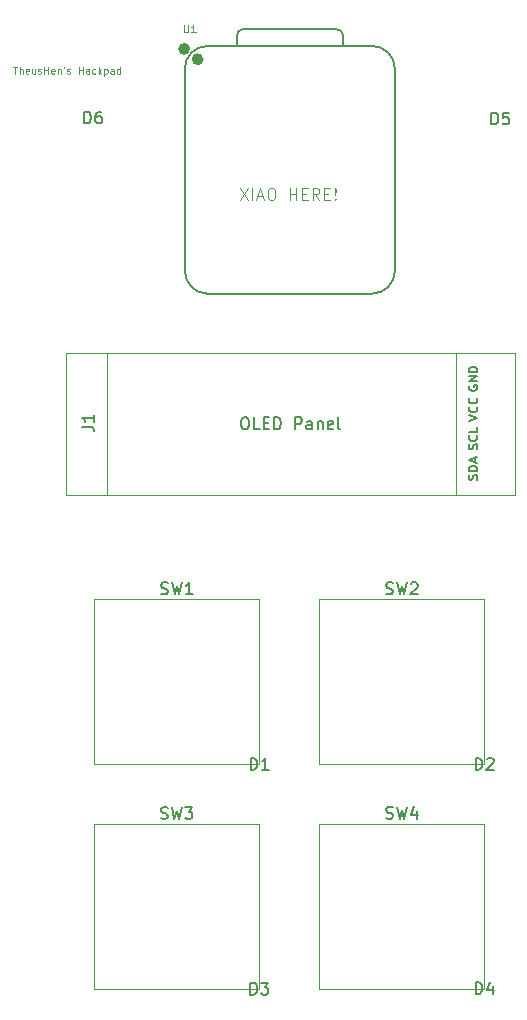
<source format=gbr>
%TF.GenerationSoftware,KiCad,Pcbnew,9.0.3*%
%TF.CreationDate,2026-01-29T20:12:38-03:00*%
%TF.ProjectId,hackpad,6861636b-7061-4642-9e6b-696361645f70,rev?*%
%TF.SameCoordinates,Original*%
%TF.FileFunction,Legend,Top*%
%TF.FilePolarity,Positive*%
%FSLAX46Y46*%
G04 Gerber Fmt 4.6, Leading zero omitted, Abs format (unit mm)*
G04 Created by KiCad (PCBNEW 9.0.3) date 2026-01-29 20:12:38*
%MOMM*%
%LPD*%
G01*
G04 APERTURE LIST*
%ADD10C,0.100000*%
%ADD11C,0.150000*%
%ADD12C,0.200000*%
%ADD13C,0.101600*%
%ADD14C,0.040000*%
%ADD15C,0.120000*%
%ADD16C,0.127000*%
%ADD17C,0.504000*%
G04 APERTURE END LIST*
D10*
X147733646Y-63147419D02*
X148400312Y-64147419D01*
X148400312Y-63147419D02*
X147733646Y-64147419D01*
X148781265Y-64147419D02*
X148781265Y-63147419D01*
X149209836Y-63861704D02*
X149686026Y-63861704D01*
X149114598Y-64147419D02*
X149447931Y-63147419D01*
X149447931Y-63147419D02*
X149781264Y-64147419D01*
X150305074Y-63147419D02*
X150495550Y-63147419D01*
X150495550Y-63147419D02*
X150590788Y-63195038D01*
X150590788Y-63195038D02*
X150686026Y-63290276D01*
X150686026Y-63290276D02*
X150733645Y-63480752D01*
X150733645Y-63480752D02*
X150733645Y-63814085D01*
X150733645Y-63814085D02*
X150686026Y-64004561D01*
X150686026Y-64004561D02*
X150590788Y-64099800D01*
X150590788Y-64099800D02*
X150495550Y-64147419D01*
X150495550Y-64147419D02*
X150305074Y-64147419D01*
X150305074Y-64147419D02*
X150209836Y-64099800D01*
X150209836Y-64099800D02*
X150114598Y-64004561D01*
X150114598Y-64004561D02*
X150066979Y-63814085D01*
X150066979Y-63814085D02*
X150066979Y-63480752D01*
X150066979Y-63480752D02*
X150114598Y-63290276D01*
X150114598Y-63290276D02*
X150209836Y-63195038D01*
X150209836Y-63195038D02*
X150305074Y-63147419D01*
X151924122Y-64147419D02*
X151924122Y-63147419D01*
X151924122Y-63623609D02*
X152495550Y-63623609D01*
X152495550Y-64147419D02*
X152495550Y-63147419D01*
X152971741Y-63623609D02*
X153305074Y-63623609D01*
X153447931Y-64147419D02*
X152971741Y-64147419D01*
X152971741Y-64147419D02*
X152971741Y-63147419D01*
X152971741Y-63147419D02*
X153447931Y-63147419D01*
X154447931Y-64147419D02*
X154114598Y-63671228D01*
X153876503Y-64147419D02*
X153876503Y-63147419D01*
X153876503Y-63147419D02*
X154257455Y-63147419D01*
X154257455Y-63147419D02*
X154352693Y-63195038D01*
X154352693Y-63195038D02*
X154400312Y-63242657D01*
X154400312Y-63242657D02*
X154447931Y-63337895D01*
X154447931Y-63337895D02*
X154447931Y-63480752D01*
X154447931Y-63480752D02*
X154400312Y-63575990D01*
X154400312Y-63575990D02*
X154352693Y-63623609D01*
X154352693Y-63623609D02*
X154257455Y-63671228D01*
X154257455Y-63671228D02*
X153876503Y-63671228D01*
X154876503Y-63623609D02*
X155209836Y-63623609D01*
X155352693Y-64147419D02*
X154876503Y-64147419D01*
X154876503Y-64147419D02*
X154876503Y-63147419D01*
X154876503Y-63147419D02*
X155352693Y-63147419D01*
X155781265Y-64052180D02*
X155828884Y-64099800D01*
X155828884Y-64099800D02*
X155781265Y-64147419D01*
X155781265Y-64147419D02*
X155733646Y-64099800D01*
X155733646Y-64099800D02*
X155781265Y-64052180D01*
X155781265Y-64052180D02*
X155781265Y-64147419D01*
X155781265Y-63766466D02*
X155733646Y-63195038D01*
X155733646Y-63195038D02*
X155781265Y-63147419D01*
X155781265Y-63147419D02*
X155828884Y-63195038D01*
X155828884Y-63195038D02*
X155781265Y-63766466D01*
X155781265Y-63766466D02*
X155781265Y-63147419D01*
X128522931Y-52871371D02*
X128865789Y-52871371D01*
X128694360Y-53471371D02*
X128694360Y-52871371D01*
X129065789Y-53471371D02*
X129065789Y-52871371D01*
X129322932Y-53471371D02*
X129322932Y-53157085D01*
X129322932Y-53157085D02*
X129294360Y-53099942D01*
X129294360Y-53099942D02*
X129237217Y-53071371D01*
X129237217Y-53071371D02*
X129151503Y-53071371D01*
X129151503Y-53071371D02*
X129094360Y-53099942D01*
X129094360Y-53099942D02*
X129065789Y-53128514D01*
X129837217Y-53442800D02*
X129780074Y-53471371D01*
X129780074Y-53471371D02*
X129665789Y-53471371D01*
X129665789Y-53471371D02*
X129608646Y-53442800D01*
X129608646Y-53442800D02*
X129580074Y-53385657D01*
X129580074Y-53385657D02*
X129580074Y-53157085D01*
X129580074Y-53157085D02*
X129608646Y-53099942D01*
X129608646Y-53099942D02*
X129665789Y-53071371D01*
X129665789Y-53071371D02*
X129780074Y-53071371D01*
X129780074Y-53071371D02*
X129837217Y-53099942D01*
X129837217Y-53099942D02*
X129865789Y-53157085D01*
X129865789Y-53157085D02*
X129865789Y-53214228D01*
X129865789Y-53214228D02*
X129580074Y-53271371D01*
X130380075Y-53071371D02*
X130380075Y-53471371D01*
X130122932Y-53071371D02*
X130122932Y-53385657D01*
X130122932Y-53385657D02*
X130151503Y-53442800D01*
X130151503Y-53442800D02*
X130208646Y-53471371D01*
X130208646Y-53471371D02*
X130294360Y-53471371D01*
X130294360Y-53471371D02*
X130351503Y-53442800D01*
X130351503Y-53442800D02*
X130380075Y-53414228D01*
X130637217Y-53442800D02*
X130694360Y-53471371D01*
X130694360Y-53471371D02*
X130808646Y-53471371D01*
X130808646Y-53471371D02*
X130865789Y-53442800D01*
X130865789Y-53442800D02*
X130894360Y-53385657D01*
X130894360Y-53385657D02*
X130894360Y-53357085D01*
X130894360Y-53357085D02*
X130865789Y-53299942D01*
X130865789Y-53299942D02*
X130808646Y-53271371D01*
X130808646Y-53271371D02*
X130722932Y-53271371D01*
X130722932Y-53271371D02*
X130665789Y-53242800D01*
X130665789Y-53242800D02*
X130637217Y-53185657D01*
X130637217Y-53185657D02*
X130637217Y-53157085D01*
X130637217Y-53157085D02*
X130665789Y-53099942D01*
X130665789Y-53099942D02*
X130722932Y-53071371D01*
X130722932Y-53071371D02*
X130808646Y-53071371D01*
X130808646Y-53071371D02*
X130865789Y-53099942D01*
X131151503Y-53471371D02*
X131151503Y-52871371D01*
X131151503Y-53157085D02*
X131494360Y-53157085D01*
X131494360Y-53471371D02*
X131494360Y-52871371D01*
X132008645Y-53442800D02*
X131951502Y-53471371D01*
X131951502Y-53471371D02*
X131837217Y-53471371D01*
X131837217Y-53471371D02*
X131780074Y-53442800D01*
X131780074Y-53442800D02*
X131751502Y-53385657D01*
X131751502Y-53385657D02*
X131751502Y-53157085D01*
X131751502Y-53157085D02*
X131780074Y-53099942D01*
X131780074Y-53099942D02*
X131837217Y-53071371D01*
X131837217Y-53071371D02*
X131951502Y-53071371D01*
X131951502Y-53071371D02*
X132008645Y-53099942D01*
X132008645Y-53099942D02*
X132037217Y-53157085D01*
X132037217Y-53157085D02*
X132037217Y-53214228D01*
X132037217Y-53214228D02*
X131751502Y-53271371D01*
X132294360Y-53071371D02*
X132294360Y-53471371D01*
X132294360Y-53128514D02*
X132322931Y-53099942D01*
X132322931Y-53099942D02*
X132380074Y-53071371D01*
X132380074Y-53071371D02*
X132465788Y-53071371D01*
X132465788Y-53071371D02*
X132522931Y-53099942D01*
X132522931Y-53099942D02*
X132551503Y-53157085D01*
X132551503Y-53157085D02*
X132551503Y-53471371D01*
X132865788Y-52871371D02*
X132808645Y-52985657D01*
X133094359Y-53442800D02*
X133151502Y-53471371D01*
X133151502Y-53471371D02*
X133265788Y-53471371D01*
X133265788Y-53471371D02*
X133322931Y-53442800D01*
X133322931Y-53442800D02*
X133351502Y-53385657D01*
X133351502Y-53385657D02*
X133351502Y-53357085D01*
X133351502Y-53357085D02*
X133322931Y-53299942D01*
X133322931Y-53299942D02*
X133265788Y-53271371D01*
X133265788Y-53271371D02*
X133180074Y-53271371D01*
X133180074Y-53271371D02*
X133122931Y-53242800D01*
X133122931Y-53242800D02*
X133094359Y-53185657D01*
X133094359Y-53185657D02*
X133094359Y-53157085D01*
X133094359Y-53157085D02*
X133122931Y-53099942D01*
X133122931Y-53099942D02*
X133180074Y-53071371D01*
X133180074Y-53071371D02*
X133265788Y-53071371D01*
X133265788Y-53071371D02*
X133322931Y-53099942D01*
X134065788Y-53471371D02*
X134065788Y-52871371D01*
X134065788Y-53157085D02*
X134408645Y-53157085D01*
X134408645Y-53471371D02*
X134408645Y-52871371D01*
X134951502Y-53471371D02*
X134951502Y-53157085D01*
X134951502Y-53157085D02*
X134922930Y-53099942D01*
X134922930Y-53099942D02*
X134865787Y-53071371D01*
X134865787Y-53071371D02*
X134751502Y-53071371D01*
X134751502Y-53071371D02*
X134694359Y-53099942D01*
X134951502Y-53442800D02*
X134894359Y-53471371D01*
X134894359Y-53471371D02*
X134751502Y-53471371D01*
X134751502Y-53471371D02*
X134694359Y-53442800D01*
X134694359Y-53442800D02*
X134665787Y-53385657D01*
X134665787Y-53385657D02*
X134665787Y-53328514D01*
X134665787Y-53328514D02*
X134694359Y-53271371D01*
X134694359Y-53271371D02*
X134751502Y-53242800D01*
X134751502Y-53242800D02*
X134894359Y-53242800D01*
X134894359Y-53242800D02*
X134951502Y-53214228D01*
X135494359Y-53442800D02*
X135437216Y-53471371D01*
X135437216Y-53471371D02*
X135322930Y-53471371D01*
X135322930Y-53471371D02*
X135265787Y-53442800D01*
X135265787Y-53442800D02*
X135237216Y-53414228D01*
X135237216Y-53414228D02*
X135208644Y-53357085D01*
X135208644Y-53357085D02*
X135208644Y-53185657D01*
X135208644Y-53185657D02*
X135237216Y-53128514D01*
X135237216Y-53128514D02*
X135265787Y-53099942D01*
X135265787Y-53099942D02*
X135322930Y-53071371D01*
X135322930Y-53071371D02*
X135437216Y-53071371D01*
X135437216Y-53071371D02*
X135494359Y-53099942D01*
X135751502Y-53471371D02*
X135751502Y-52871371D01*
X135808645Y-53242800D02*
X135980073Y-53471371D01*
X135980073Y-53071371D02*
X135751502Y-53299942D01*
X136237216Y-53071371D02*
X136237216Y-53671371D01*
X136237216Y-53099942D02*
X136294359Y-53071371D01*
X136294359Y-53071371D02*
X136408644Y-53071371D01*
X136408644Y-53071371D02*
X136465787Y-53099942D01*
X136465787Y-53099942D02*
X136494359Y-53128514D01*
X136494359Y-53128514D02*
X136522930Y-53185657D01*
X136522930Y-53185657D02*
X136522930Y-53357085D01*
X136522930Y-53357085D02*
X136494359Y-53414228D01*
X136494359Y-53414228D02*
X136465787Y-53442800D01*
X136465787Y-53442800D02*
X136408644Y-53471371D01*
X136408644Y-53471371D02*
X136294359Y-53471371D01*
X136294359Y-53471371D02*
X136237216Y-53442800D01*
X137037216Y-53471371D02*
X137037216Y-53157085D01*
X137037216Y-53157085D02*
X137008644Y-53099942D01*
X137008644Y-53099942D02*
X136951501Y-53071371D01*
X136951501Y-53071371D02*
X136837216Y-53071371D01*
X136837216Y-53071371D02*
X136780073Y-53099942D01*
X137037216Y-53442800D02*
X136980073Y-53471371D01*
X136980073Y-53471371D02*
X136837216Y-53471371D01*
X136837216Y-53471371D02*
X136780073Y-53442800D01*
X136780073Y-53442800D02*
X136751501Y-53385657D01*
X136751501Y-53385657D02*
X136751501Y-53328514D01*
X136751501Y-53328514D02*
X136780073Y-53271371D01*
X136780073Y-53271371D02*
X136837216Y-53242800D01*
X136837216Y-53242800D02*
X136980073Y-53242800D01*
X136980073Y-53242800D02*
X137037216Y-53214228D01*
X137580073Y-53471371D02*
X137580073Y-52871371D01*
X137580073Y-53442800D02*
X137522930Y-53471371D01*
X137522930Y-53471371D02*
X137408644Y-53471371D01*
X137408644Y-53471371D02*
X137351501Y-53442800D01*
X137351501Y-53442800D02*
X137322930Y-53414228D01*
X137322930Y-53414228D02*
X137294358Y-53357085D01*
X137294358Y-53357085D02*
X137294358Y-53185657D01*
X137294358Y-53185657D02*
X137322930Y-53128514D01*
X137322930Y-53128514D02*
X137351501Y-53099942D01*
X137351501Y-53099942D02*
X137408644Y-53071371D01*
X137408644Y-53071371D02*
X137522930Y-53071371D01*
X137522930Y-53071371D02*
X137580073Y-53099942D01*
D11*
X134344819Y-83358333D02*
X135059104Y-83358333D01*
X135059104Y-83358333D02*
X135201961Y-83405952D01*
X135201961Y-83405952D02*
X135297200Y-83501190D01*
X135297200Y-83501190D02*
X135344819Y-83644047D01*
X135344819Y-83644047D02*
X135344819Y-83739285D01*
X135344819Y-82358333D02*
X135344819Y-82929761D01*
X135344819Y-82644047D02*
X134344819Y-82644047D01*
X134344819Y-82644047D02*
X134487676Y-82739285D01*
X134487676Y-82739285D02*
X134582914Y-82834523D01*
X134582914Y-82834523D02*
X134630533Y-82929761D01*
X167114878Y-79876428D02*
X167079164Y-79947857D01*
X167079164Y-79947857D02*
X167079164Y-80054999D01*
X167079164Y-80054999D02*
X167114878Y-80162142D01*
X167114878Y-80162142D02*
X167186307Y-80233571D01*
X167186307Y-80233571D02*
X167257735Y-80269285D01*
X167257735Y-80269285D02*
X167400592Y-80304999D01*
X167400592Y-80304999D02*
X167507735Y-80304999D01*
X167507735Y-80304999D02*
X167650592Y-80269285D01*
X167650592Y-80269285D02*
X167722021Y-80233571D01*
X167722021Y-80233571D02*
X167793450Y-80162142D01*
X167793450Y-80162142D02*
X167829164Y-80054999D01*
X167829164Y-80054999D02*
X167829164Y-79983571D01*
X167829164Y-79983571D02*
X167793450Y-79876428D01*
X167793450Y-79876428D02*
X167757735Y-79840714D01*
X167757735Y-79840714D02*
X167507735Y-79840714D01*
X167507735Y-79840714D02*
X167507735Y-79983571D01*
X167829164Y-79519285D02*
X167079164Y-79519285D01*
X167079164Y-79519285D02*
X167829164Y-79090714D01*
X167829164Y-79090714D02*
X167079164Y-79090714D01*
X167829164Y-78733571D02*
X167079164Y-78733571D01*
X167079164Y-78733571D02*
X167079164Y-78555000D01*
X167079164Y-78555000D02*
X167114878Y-78447857D01*
X167114878Y-78447857D02*
X167186307Y-78376428D01*
X167186307Y-78376428D02*
X167257735Y-78340714D01*
X167257735Y-78340714D02*
X167400592Y-78305000D01*
X167400592Y-78305000D02*
X167507735Y-78305000D01*
X167507735Y-78305000D02*
X167650592Y-78340714D01*
X167650592Y-78340714D02*
X167722021Y-78376428D01*
X167722021Y-78376428D02*
X167793450Y-78447857D01*
X167793450Y-78447857D02*
X167829164Y-78555000D01*
X167829164Y-78555000D02*
X167829164Y-78733571D01*
X167793450Y-87835713D02*
X167829164Y-87728571D01*
X167829164Y-87728571D02*
X167829164Y-87549999D01*
X167829164Y-87549999D02*
X167793450Y-87478571D01*
X167793450Y-87478571D02*
X167757735Y-87442856D01*
X167757735Y-87442856D02*
X167686307Y-87407142D01*
X167686307Y-87407142D02*
X167614878Y-87407142D01*
X167614878Y-87407142D02*
X167543450Y-87442856D01*
X167543450Y-87442856D02*
X167507735Y-87478571D01*
X167507735Y-87478571D02*
X167472021Y-87549999D01*
X167472021Y-87549999D02*
X167436307Y-87692856D01*
X167436307Y-87692856D02*
X167400592Y-87764285D01*
X167400592Y-87764285D02*
X167364878Y-87799999D01*
X167364878Y-87799999D02*
X167293450Y-87835713D01*
X167293450Y-87835713D02*
X167222021Y-87835713D01*
X167222021Y-87835713D02*
X167150592Y-87799999D01*
X167150592Y-87799999D02*
X167114878Y-87764285D01*
X167114878Y-87764285D02*
X167079164Y-87692856D01*
X167079164Y-87692856D02*
X167079164Y-87514285D01*
X167079164Y-87514285D02*
X167114878Y-87407142D01*
X167829164Y-87085713D02*
X167079164Y-87085713D01*
X167079164Y-87085713D02*
X167079164Y-86907142D01*
X167079164Y-86907142D02*
X167114878Y-86799999D01*
X167114878Y-86799999D02*
X167186307Y-86728570D01*
X167186307Y-86728570D02*
X167257735Y-86692856D01*
X167257735Y-86692856D02*
X167400592Y-86657142D01*
X167400592Y-86657142D02*
X167507735Y-86657142D01*
X167507735Y-86657142D02*
X167650592Y-86692856D01*
X167650592Y-86692856D02*
X167722021Y-86728570D01*
X167722021Y-86728570D02*
X167793450Y-86799999D01*
X167793450Y-86799999D02*
X167829164Y-86907142D01*
X167829164Y-86907142D02*
X167829164Y-87085713D01*
X167614878Y-86371427D02*
X167614878Y-86014285D01*
X167829164Y-86442856D02*
X167079164Y-86192856D01*
X167079164Y-86192856D02*
X167829164Y-85942856D01*
X167079164Y-82844999D02*
X167829164Y-82594999D01*
X167829164Y-82594999D02*
X167079164Y-82344999D01*
X167757735Y-81666428D02*
X167793450Y-81702142D01*
X167793450Y-81702142D02*
X167829164Y-81809285D01*
X167829164Y-81809285D02*
X167829164Y-81880713D01*
X167829164Y-81880713D02*
X167793450Y-81987856D01*
X167793450Y-81987856D02*
X167722021Y-82059285D01*
X167722021Y-82059285D02*
X167650592Y-82094999D01*
X167650592Y-82094999D02*
X167507735Y-82130713D01*
X167507735Y-82130713D02*
X167400592Y-82130713D01*
X167400592Y-82130713D02*
X167257735Y-82094999D01*
X167257735Y-82094999D02*
X167186307Y-82059285D01*
X167186307Y-82059285D02*
X167114878Y-81987856D01*
X167114878Y-81987856D02*
X167079164Y-81880713D01*
X167079164Y-81880713D02*
X167079164Y-81809285D01*
X167079164Y-81809285D02*
X167114878Y-81702142D01*
X167114878Y-81702142D02*
X167150592Y-81666428D01*
X167757735Y-80916428D02*
X167793450Y-80952142D01*
X167793450Y-80952142D02*
X167829164Y-81059285D01*
X167829164Y-81059285D02*
X167829164Y-81130713D01*
X167829164Y-81130713D02*
X167793450Y-81237856D01*
X167793450Y-81237856D02*
X167722021Y-81309285D01*
X167722021Y-81309285D02*
X167650592Y-81344999D01*
X167650592Y-81344999D02*
X167507735Y-81380713D01*
X167507735Y-81380713D02*
X167400592Y-81380713D01*
X167400592Y-81380713D02*
X167257735Y-81344999D01*
X167257735Y-81344999D02*
X167186307Y-81309285D01*
X167186307Y-81309285D02*
X167114878Y-81237856D01*
X167114878Y-81237856D02*
X167079164Y-81130713D01*
X167079164Y-81130713D02*
X167079164Y-81059285D01*
X167079164Y-81059285D02*
X167114878Y-80952142D01*
X167114878Y-80952142D02*
X167150592Y-80916428D01*
X148061428Y-82569819D02*
X148251904Y-82569819D01*
X148251904Y-82569819D02*
X148347142Y-82617438D01*
X148347142Y-82617438D02*
X148442380Y-82712676D01*
X148442380Y-82712676D02*
X148489999Y-82903152D01*
X148489999Y-82903152D02*
X148489999Y-83236485D01*
X148489999Y-83236485D02*
X148442380Y-83426961D01*
X148442380Y-83426961D02*
X148347142Y-83522200D01*
X148347142Y-83522200D02*
X148251904Y-83569819D01*
X148251904Y-83569819D02*
X148061428Y-83569819D01*
X148061428Y-83569819D02*
X147966190Y-83522200D01*
X147966190Y-83522200D02*
X147870952Y-83426961D01*
X147870952Y-83426961D02*
X147823333Y-83236485D01*
X147823333Y-83236485D02*
X147823333Y-82903152D01*
X147823333Y-82903152D02*
X147870952Y-82712676D01*
X147870952Y-82712676D02*
X147966190Y-82617438D01*
X147966190Y-82617438D02*
X148061428Y-82569819D01*
X149394761Y-83569819D02*
X148918571Y-83569819D01*
X148918571Y-83569819D02*
X148918571Y-82569819D01*
X149728095Y-83046009D02*
X150061428Y-83046009D01*
X150204285Y-83569819D02*
X149728095Y-83569819D01*
X149728095Y-83569819D02*
X149728095Y-82569819D01*
X149728095Y-82569819D02*
X150204285Y-82569819D01*
X150632857Y-83569819D02*
X150632857Y-82569819D01*
X150632857Y-82569819D02*
X150870952Y-82569819D01*
X150870952Y-82569819D02*
X151013809Y-82617438D01*
X151013809Y-82617438D02*
X151109047Y-82712676D01*
X151109047Y-82712676D02*
X151156666Y-82807914D01*
X151156666Y-82807914D02*
X151204285Y-82998390D01*
X151204285Y-82998390D02*
X151204285Y-83141247D01*
X151204285Y-83141247D02*
X151156666Y-83331723D01*
X151156666Y-83331723D02*
X151109047Y-83426961D01*
X151109047Y-83426961D02*
X151013809Y-83522200D01*
X151013809Y-83522200D02*
X150870952Y-83569819D01*
X150870952Y-83569819D02*
X150632857Y-83569819D01*
X152394762Y-83569819D02*
X152394762Y-82569819D01*
X152394762Y-82569819D02*
X152775714Y-82569819D01*
X152775714Y-82569819D02*
X152870952Y-82617438D01*
X152870952Y-82617438D02*
X152918571Y-82665057D01*
X152918571Y-82665057D02*
X152966190Y-82760295D01*
X152966190Y-82760295D02*
X152966190Y-82903152D01*
X152966190Y-82903152D02*
X152918571Y-82998390D01*
X152918571Y-82998390D02*
X152870952Y-83046009D01*
X152870952Y-83046009D02*
X152775714Y-83093628D01*
X152775714Y-83093628D02*
X152394762Y-83093628D01*
X153823333Y-83569819D02*
X153823333Y-83046009D01*
X153823333Y-83046009D02*
X153775714Y-82950771D01*
X153775714Y-82950771D02*
X153680476Y-82903152D01*
X153680476Y-82903152D02*
X153490000Y-82903152D01*
X153490000Y-82903152D02*
X153394762Y-82950771D01*
X153823333Y-83522200D02*
X153728095Y-83569819D01*
X153728095Y-83569819D02*
X153490000Y-83569819D01*
X153490000Y-83569819D02*
X153394762Y-83522200D01*
X153394762Y-83522200D02*
X153347143Y-83426961D01*
X153347143Y-83426961D02*
X153347143Y-83331723D01*
X153347143Y-83331723D02*
X153394762Y-83236485D01*
X153394762Y-83236485D02*
X153490000Y-83188866D01*
X153490000Y-83188866D02*
X153728095Y-83188866D01*
X153728095Y-83188866D02*
X153823333Y-83141247D01*
X154299524Y-82903152D02*
X154299524Y-83569819D01*
X154299524Y-82998390D02*
X154347143Y-82950771D01*
X154347143Y-82950771D02*
X154442381Y-82903152D01*
X154442381Y-82903152D02*
X154585238Y-82903152D01*
X154585238Y-82903152D02*
X154680476Y-82950771D01*
X154680476Y-82950771D02*
X154728095Y-83046009D01*
X154728095Y-83046009D02*
X154728095Y-83569819D01*
X155585238Y-83522200D02*
X155490000Y-83569819D01*
X155490000Y-83569819D02*
X155299524Y-83569819D01*
X155299524Y-83569819D02*
X155204286Y-83522200D01*
X155204286Y-83522200D02*
X155156667Y-83426961D01*
X155156667Y-83426961D02*
X155156667Y-83046009D01*
X155156667Y-83046009D02*
X155204286Y-82950771D01*
X155204286Y-82950771D02*
X155299524Y-82903152D01*
X155299524Y-82903152D02*
X155490000Y-82903152D01*
X155490000Y-82903152D02*
X155585238Y-82950771D01*
X155585238Y-82950771D02*
X155632857Y-83046009D01*
X155632857Y-83046009D02*
X155632857Y-83141247D01*
X155632857Y-83141247D02*
X155156667Y-83236485D01*
X156204286Y-83569819D02*
X156109048Y-83522200D01*
X156109048Y-83522200D02*
X156061429Y-83426961D01*
X156061429Y-83426961D02*
X156061429Y-82569819D01*
X167793450Y-85277856D02*
X167829164Y-85170714D01*
X167829164Y-85170714D02*
X167829164Y-84992142D01*
X167829164Y-84992142D02*
X167793450Y-84920714D01*
X167793450Y-84920714D02*
X167757735Y-84884999D01*
X167757735Y-84884999D02*
X167686307Y-84849285D01*
X167686307Y-84849285D02*
X167614878Y-84849285D01*
X167614878Y-84849285D02*
X167543450Y-84884999D01*
X167543450Y-84884999D02*
X167507735Y-84920714D01*
X167507735Y-84920714D02*
X167472021Y-84992142D01*
X167472021Y-84992142D02*
X167436307Y-85134999D01*
X167436307Y-85134999D02*
X167400592Y-85206428D01*
X167400592Y-85206428D02*
X167364878Y-85242142D01*
X167364878Y-85242142D02*
X167293450Y-85277856D01*
X167293450Y-85277856D02*
X167222021Y-85277856D01*
X167222021Y-85277856D02*
X167150592Y-85242142D01*
X167150592Y-85242142D02*
X167114878Y-85206428D01*
X167114878Y-85206428D02*
X167079164Y-85134999D01*
X167079164Y-85134999D02*
X167079164Y-84956428D01*
X167079164Y-84956428D02*
X167114878Y-84849285D01*
X167757735Y-84099285D02*
X167793450Y-84134999D01*
X167793450Y-84134999D02*
X167829164Y-84242142D01*
X167829164Y-84242142D02*
X167829164Y-84313570D01*
X167829164Y-84313570D02*
X167793450Y-84420713D01*
X167793450Y-84420713D02*
X167722021Y-84492142D01*
X167722021Y-84492142D02*
X167650592Y-84527856D01*
X167650592Y-84527856D02*
X167507735Y-84563570D01*
X167507735Y-84563570D02*
X167400592Y-84563570D01*
X167400592Y-84563570D02*
X167257735Y-84527856D01*
X167257735Y-84527856D02*
X167186307Y-84492142D01*
X167186307Y-84492142D02*
X167114878Y-84420713D01*
X167114878Y-84420713D02*
X167079164Y-84313570D01*
X167079164Y-84313570D02*
X167079164Y-84242142D01*
X167079164Y-84242142D02*
X167114878Y-84134999D01*
X167114878Y-84134999D02*
X167150592Y-84099285D01*
X167829164Y-83420713D02*
X167829164Y-83777856D01*
X167829164Y-83777856D02*
X167079164Y-83777856D01*
D12*
X148631905Y-112402219D02*
X148631905Y-111402219D01*
X148631905Y-111402219D02*
X148870000Y-111402219D01*
X148870000Y-111402219D02*
X149012857Y-111449838D01*
X149012857Y-111449838D02*
X149108095Y-111545076D01*
X149108095Y-111545076D02*
X149155714Y-111640314D01*
X149155714Y-111640314D02*
X149203333Y-111830790D01*
X149203333Y-111830790D02*
X149203333Y-111973647D01*
X149203333Y-111973647D02*
X149155714Y-112164123D01*
X149155714Y-112164123D02*
X149108095Y-112259361D01*
X149108095Y-112259361D02*
X149012857Y-112354600D01*
X149012857Y-112354600D02*
X148870000Y-112402219D01*
X148870000Y-112402219D02*
X148631905Y-112402219D01*
X150155714Y-112402219D02*
X149584286Y-112402219D01*
X149870000Y-112402219D02*
X149870000Y-111402219D01*
X149870000Y-111402219D02*
X149774762Y-111545076D01*
X149774762Y-111545076D02*
X149679524Y-111640314D01*
X149679524Y-111640314D02*
X149584286Y-111687933D01*
D11*
X160101667Y-116498200D02*
X160244524Y-116545819D01*
X160244524Y-116545819D02*
X160482619Y-116545819D01*
X160482619Y-116545819D02*
X160577857Y-116498200D01*
X160577857Y-116498200D02*
X160625476Y-116450580D01*
X160625476Y-116450580D02*
X160673095Y-116355342D01*
X160673095Y-116355342D02*
X160673095Y-116260104D01*
X160673095Y-116260104D02*
X160625476Y-116164866D01*
X160625476Y-116164866D02*
X160577857Y-116117247D01*
X160577857Y-116117247D02*
X160482619Y-116069628D01*
X160482619Y-116069628D02*
X160292143Y-116022009D01*
X160292143Y-116022009D02*
X160196905Y-115974390D01*
X160196905Y-115974390D02*
X160149286Y-115926771D01*
X160149286Y-115926771D02*
X160101667Y-115831533D01*
X160101667Y-115831533D02*
X160101667Y-115736295D01*
X160101667Y-115736295D02*
X160149286Y-115641057D01*
X160149286Y-115641057D02*
X160196905Y-115593438D01*
X160196905Y-115593438D02*
X160292143Y-115545819D01*
X160292143Y-115545819D02*
X160530238Y-115545819D01*
X160530238Y-115545819D02*
X160673095Y-115593438D01*
X161006429Y-115545819D02*
X161244524Y-116545819D01*
X161244524Y-116545819D02*
X161435000Y-115831533D01*
X161435000Y-115831533D02*
X161625476Y-116545819D01*
X161625476Y-116545819D02*
X161863572Y-115545819D01*
X162673095Y-115879152D02*
X162673095Y-116545819D01*
X162435000Y-115498200D02*
X162196905Y-116212485D01*
X162196905Y-116212485D02*
X162815952Y-116212485D01*
D12*
X167681906Y-112402177D02*
X167681906Y-111402177D01*
X167681906Y-111402177D02*
X167920001Y-111402177D01*
X167920001Y-111402177D02*
X168062858Y-111449796D01*
X168062858Y-111449796D02*
X168158096Y-111545034D01*
X168158096Y-111545034D02*
X168205715Y-111640272D01*
X168205715Y-111640272D02*
X168253334Y-111830748D01*
X168253334Y-111830748D02*
X168253334Y-111973605D01*
X168253334Y-111973605D02*
X168205715Y-112164081D01*
X168205715Y-112164081D02*
X168158096Y-112259319D01*
X168158096Y-112259319D02*
X168062858Y-112354558D01*
X168062858Y-112354558D02*
X167920001Y-112402177D01*
X167920001Y-112402177D02*
X167681906Y-112402177D01*
X168634287Y-111497415D02*
X168681906Y-111449796D01*
X168681906Y-111449796D02*
X168777144Y-111402177D01*
X168777144Y-111402177D02*
X169015239Y-111402177D01*
X169015239Y-111402177D02*
X169110477Y-111449796D01*
X169110477Y-111449796D02*
X169158096Y-111497415D01*
X169158096Y-111497415D02*
X169205715Y-111592653D01*
X169205715Y-111592653D02*
X169205715Y-111687891D01*
X169205715Y-111687891D02*
X169158096Y-111830748D01*
X169158096Y-111830748D02*
X168586668Y-112402177D01*
X168586668Y-112402177D02*
X169205715Y-112402177D01*
X134536905Y-57680019D02*
X134536905Y-56680019D01*
X134536905Y-56680019D02*
X134775000Y-56680019D01*
X134775000Y-56680019D02*
X134917857Y-56727638D01*
X134917857Y-56727638D02*
X135013095Y-56822876D01*
X135013095Y-56822876D02*
X135060714Y-56918114D01*
X135060714Y-56918114D02*
X135108333Y-57108590D01*
X135108333Y-57108590D02*
X135108333Y-57251447D01*
X135108333Y-57251447D02*
X135060714Y-57441923D01*
X135060714Y-57441923D02*
X135013095Y-57537161D01*
X135013095Y-57537161D02*
X134917857Y-57632400D01*
X134917857Y-57632400D02*
X134775000Y-57680019D01*
X134775000Y-57680019D02*
X134536905Y-57680019D01*
X135965476Y-56680019D02*
X135775000Y-56680019D01*
X135775000Y-56680019D02*
X135679762Y-56727638D01*
X135679762Y-56727638D02*
X135632143Y-56775257D01*
X135632143Y-56775257D02*
X135536905Y-56918114D01*
X135536905Y-56918114D02*
X135489286Y-57108590D01*
X135489286Y-57108590D02*
X135489286Y-57489542D01*
X135489286Y-57489542D02*
X135536905Y-57584780D01*
X135536905Y-57584780D02*
X135584524Y-57632400D01*
X135584524Y-57632400D02*
X135679762Y-57680019D01*
X135679762Y-57680019D02*
X135870238Y-57680019D01*
X135870238Y-57680019D02*
X135965476Y-57632400D01*
X135965476Y-57632400D02*
X136013095Y-57584780D01*
X136013095Y-57584780D02*
X136060714Y-57489542D01*
X136060714Y-57489542D02*
X136060714Y-57251447D01*
X136060714Y-57251447D02*
X136013095Y-57156209D01*
X136013095Y-57156209D02*
X135965476Y-57108590D01*
X135965476Y-57108590D02*
X135870238Y-57060971D01*
X135870238Y-57060971D02*
X135679762Y-57060971D01*
X135679762Y-57060971D02*
X135584524Y-57108590D01*
X135584524Y-57108590D02*
X135536905Y-57156209D01*
X135536905Y-57156209D02*
X135489286Y-57251447D01*
X167681906Y-131402177D02*
X167681906Y-130402177D01*
X167681906Y-130402177D02*
X167920001Y-130402177D01*
X167920001Y-130402177D02*
X168062858Y-130449796D01*
X168062858Y-130449796D02*
X168158096Y-130545034D01*
X168158096Y-130545034D02*
X168205715Y-130640272D01*
X168205715Y-130640272D02*
X168253334Y-130830748D01*
X168253334Y-130830748D02*
X168253334Y-130973605D01*
X168253334Y-130973605D02*
X168205715Y-131164081D01*
X168205715Y-131164081D02*
X168158096Y-131259319D01*
X168158096Y-131259319D02*
X168062858Y-131354558D01*
X168062858Y-131354558D02*
X167920001Y-131402177D01*
X167920001Y-131402177D02*
X167681906Y-131402177D01*
X169110477Y-130735510D02*
X169110477Y-131402177D01*
X168872382Y-130354558D02*
X168634287Y-131068843D01*
X168634287Y-131068843D02*
X169253334Y-131068843D01*
D11*
X141051667Y-97498200D02*
X141194524Y-97545819D01*
X141194524Y-97545819D02*
X141432619Y-97545819D01*
X141432619Y-97545819D02*
X141527857Y-97498200D01*
X141527857Y-97498200D02*
X141575476Y-97450580D01*
X141575476Y-97450580D02*
X141623095Y-97355342D01*
X141623095Y-97355342D02*
X141623095Y-97260104D01*
X141623095Y-97260104D02*
X141575476Y-97164866D01*
X141575476Y-97164866D02*
X141527857Y-97117247D01*
X141527857Y-97117247D02*
X141432619Y-97069628D01*
X141432619Y-97069628D02*
X141242143Y-97022009D01*
X141242143Y-97022009D02*
X141146905Y-96974390D01*
X141146905Y-96974390D02*
X141099286Y-96926771D01*
X141099286Y-96926771D02*
X141051667Y-96831533D01*
X141051667Y-96831533D02*
X141051667Y-96736295D01*
X141051667Y-96736295D02*
X141099286Y-96641057D01*
X141099286Y-96641057D02*
X141146905Y-96593438D01*
X141146905Y-96593438D02*
X141242143Y-96545819D01*
X141242143Y-96545819D02*
X141480238Y-96545819D01*
X141480238Y-96545819D02*
X141623095Y-96593438D01*
X141956429Y-96545819D02*
X142194524Y-97545819D01*
X142194524Y-97545819D02*
X142385000Y-96831533D01*
X142385000Y-96831533D02*
X142575476Y-97545819D01*
X142575476Y-97545819D02*
X142813572Y-96545819D01*
X143718333Y-97545819D02*
X143146905Y-97545819D01*
X143432619Y-97545819D02*
X143432619Y-96545819D01*
X143432619Y-96545819D02*
X143337381Y-96688676D01*
X143337381Y-96688676D02*
X143242143Y-96783914D01*
X143242143Y-96783914D02*
X143146905Y-96831533D01*
D12*
X169011905Y-57755019D02*
X169011905Y-56755019D01*
X169011905Y-56755019D02*
X169250000Y-56755019D01*
X169250000Y-56755019D02*
X169392857Y-56802638D01*
X169392857Y-56802638D02*
X169488095Y-56897876D01*
X169488095Y-56897876D02*
X169535714Y-56993114D01*
X169535714Y-56993114D02*
X169583333Y-57183590D01*
X169583333Y-57183590D02*
X169583333Y-57326447D01*
X169583333Y-57326447D02*
X169535714Y-57516923D01*
X169535714Y-57516923D02*
X169488095Y-57612161D01*
X169488095Y-57612161D02*
X169392857Y-57707400D01*
X169392857Y-57707400D02*
X169250000Y-57755019D01*
X169250000Y-57755019D02*
X169011905Y-57755019D01*
X170488095Y-56755019D02*
X170011905Y-56755019D01*
X170011905Y-56755019D02*
X169964286Y-57231209D01*
X169964286Y-57231209D02*
X170011905Y-57183590D01*
X170011905Y-57183590D02*
X170107143Y-57135971D01*
X170107143Y-57135971D02*
X170345238Y-57135971D01*
X170345238Y-57135971D02*
X170440476Y-57183590D01*
X170440476Y-57183590D02*
X170488095Y-57231209D01*
X170488095Y-57231209D02*
X170535714Y-57326447D01*
X170535714Y-57326447D02*
X170535714Y-57564542D01*
X170535714Y-57564542D02*
X170488095Y-57659780D01*
X170488095Y-57659780D02*
X170440476Y-57707400D01*
X170440476Y-57707400D02*
X170345238Y-57755019D01*
X170345238Y-57755019D02*
X170107143Y-57755019D01*
X170107143Y-57755019D02*
X170011905Y-57707400D01*
X170011905Y-57707400D02*
X169964286Y-57659780D01*
D11*
X141036667Y-116528200D02*
X141179524Y-116575819D01*
X141179524Y-116575819D02*
X141417619Y-116575819D01*
X141417619Y-116575819D02*
X141512857Y-116528200D01*
X141512857Y-116528200D02*
X141560476Y-116480580D01*
X141560476Y-116480580D02*
X141608095Y-116385342D01*
X141608095Y-116385342D02*
X141608095Y-116290104D01*
X141608095Y-116290104D02*
X141560476Y-116194866D01*
X141560476Y-116194866D02*
X141512857Y-116147247D01*
X141512857Y-116147247D02*
X141417619Y-116099628D01*
X141417619Y-116099628D02*
X141227143Y-116052009D01*
X141227143Y-116052009D02*
X141131905Y-116004390D01*
X141131905Y-116004390D02*
X141084286Y-115956771D01*
X141084286Y-115956771D02*
X141036667Y-115861533D01*
X141036667Y-115861533D02*
X141036667Y-115766295D01*
X141036667Y-115766295D02*
X141084286Y-115671057D01*
X141084286Y-115671057D02*
X141131905Y-115623438D01*
X141131905Y-115623438D02*
X141227143Y-115575819D01*
X141227143Y-115575819D02*
X141465238Y-115575819D01*
X141465238Y-115575819D02*
X141608095Y-115623438D01*
X141941429Y-115575819D02*
X142179524Y-116575819D01*
X142179524Y-116575819D02*
X142370000Y-115861533D01*
X142370000Y-115861533D02*
X142560476Y-116575819D01*
X142560476Y-116575819D02*
X142798572Y-115575819D01*
X143084286Y-115575819D02*
X143703333Y-115575819D01*
X143703333Y-115575819D02*
X143370000Y-115956771D01*
X143370000Y-115956771D02*
X143512857Y-115956771D01*
X143512857Y-115956771D02*
X143608095Y-116004390D01*
X143608095Y-116004390D02*
X143655714Y-116052009D01*
X143655714Y-116052009D02*
X143703333Y-116147247D01*
X143703333Y-116147247D02*
X143703333Y-116385342D01*
X143703333Y-116385342D02*
X143655714Y-116480580D01*
X143655714Y-116480580D02*
X143608095Y-116528200D01*
X143608095Y-116528200D02*
X143512857Y-116575819D01*
X143512857Y-116575819D02*
X143227143Y-116575819D01*
X143227143Y-116575819D02*
X143131905Y-116528200D01*
X143131905Y-116528200D02*
X143084286Y-116480580D01*
X160101667Y-97498200D02*
X160244524Y-97545819D01*
X160244524Y-97545819D02*
X160482619Y-97545819D01*
X160482619Y-97545819D02*
X160577857Y-97498200D01*
X160577857Y-97498200D02*
X160625476Y-97450580D01*
X160625476Y-97450580D02*
X160673095Y-97355342D01*
X160673095Y-97355342D02*
X160673095Y-97260104D01*
X160673095Y-97260104D02*
X160625476Y-97164866D01*
X160625476Y-97164866D02*
X160577857Y-97117247D01*
X160577857Y-97117247D02*
X160482619Y-97069628D01*
X160482619Y-97069628D02*
X160292143Y-97022009D01*
X160292143Y-97022009D02*
X160196905Y-96974390D01*
X160196905Y-96974390D02*
X160149286Y-96926771D01*
X160149286Y-96926771D02*
X160101667Y-96831533D01*
X160101667Y-96831533D02*
X160101667Y-96736295D01*
X160101667Y-96736295D02*
X160149286Y-96641057D01*
X160149286Y-96641057D02*
X160196905Y-96593438D01*
X160196905Y-96593438D02*
X160292143Y-96545819D01*
X160292143Y-96545819D02*
X160530238Y-96545819D01*
X160530238Y-96545819D02*
X160673095Y-96593438D01*
X161006429Y-96545819D02*
X161244524Y-97545819D01*
X161244524Y-97545819D02*
X161435000Y-96831533D01*
X161435000Y-96831533D02*
X161625476Y-97545819D01*
X161625476Y-97545819D02*
X161863572Y-96545819D01*
X162196905Y-96641057D02*
X162244524Y-96593438D01*
X162244524Y-96593438D02*
X162339762Y-96545819D01*
X162339762Y-96545819D02*
X162577857Y-96545819D01*
X162577857Y-96545819D02*
X162673095Y-96593438D01*
X162673095Y-96593438D02*
X162720714Y-96641057D01*
X162720714Y-96641057D02*
X162768333Y-96736295D01*
X162768333Y-96736295D02*
X162768333Y-96831533D01*
X162768333Y-96831533D02*
X162720714Y-96974390D01*
X162720714Y-96974390D02*
X162149286Y-97545819D01*
X162149286Y-97545819D02*
X162768333Y-97545819D01*
D12*
X148616906Y-131432219D02*
X148616906Y-130432219D01*
X148616906Y-130432219D02*
X148855001Y-130432219D01*
X148855001Y-130432219D02*
X148997858Y-130479838D01*
X148997858Y-130479838D02*
X149093096Y-130575076D01*
X149093096Y-130575076D02*
X149140715Y-130670314D01*
X149140715Y-130670314D02*
X149188334Y-130860790D01*
X149188334Y-130860790D02*
X149188334Y-131003647D01*
X149188334Y-131003647D02*
X149140715Y-131194123D01*
X149140715Y-131194123D02*
X149093096Y-131289361D01*
X149093096Y-131289361D02*
X148997858Y-131384600D01*
X148997858Y-131384600D02*
X148855001Y-131432219D01*
X148855001Y-131432219D02*
X148616906Y-131432219D01*
X149521668Y-130432219D02*
X150140715Y-130432219D01*
X150140715Y-130432219D02*
X149807382Y-130813171D01*
X149807382Y-130813171D02*
X149950239Y-130813171D01*
X149950239Y-130813171D02*
X150045477Y-130860790D01*
X150045477Y-130860790D02*
X150093096Y-130908409D01*
X150093096Y-130908409D02*
X150140715Y-131003647D01*
X150140715Y-131003647D02*
X150140715Y-131241742D01*
X150140715Y-131241742D02*
X150093096Y-131336980D01*
X150093096Y-131336980D02*
X150045477Y-131384600D01*
X150045477Y-131384600D02*
X149950239Y-131432219D01*
X149950239Y-131432219D02*
X149664525Y-131432219D01*
X149664525Y-131432219D02*
X149569287Y-131384600D01*
X149569287Y-131384600D02*
X149521668Y-131336980D01*
D13*
X142966190Y-49321979D02*
X142966190Y-49836026D01*
X142966190Y-49836026D02*
X142996428Y-49896502D01*
X142996428Y-49896502D02*
X143026666Y-49926741D01*
X143026666Y-49926741D02*
X143087142Y-49956979D01*
X143087142Y-49956979D02*
X143208095Y-49956979D01*
X143208095Y-49956979D02*
X143268571Y-49926741D01*
X143268571Y-49926741D02*
X143298809Y-49896502D01*
X143298809Y-49896502D02*
X143329047Y-49836026D01*
X143329047Y-49836026D02*
X143329047Y-49321979D01*
X143964047Y-49956979D02*
X143601190Y-49956979D01*
X143782618Y-49956979D02*
X143782618Y-49321979D01*
X143782618Y-49321979D02*
X143722142Y-49412693D01*
X143722142Y-49412693D02*
X143661666Y-49473169D01*
X143661666Y-49473169D02*
X143601190Y-49503407D01*
D14*
%TO.C,J1*%
X132990000Y-77115000D02*
X132990000Y-89115000D01*
X132990000Y-89115000D02*
X170990000Y-89115000D01*
X136490000Y-77115000D02*
X136490000Y-89115000D01*
X165990000Y-77115000D02*
X165990000Y-89115000D01*
X170990000Y-77115000D02*
X132990000Y-77115000D01*
X170990000Y-89115000D02*
X170990000Y-77115000D01*
D15*
%TO.C,SW4*%
X154450000Y-116980000D02*
X168420000Y-116980000D01*
X154450000Y-130950000D02*
X154450000Y-116980000D01*
X168420000Y-116980000D02*
X168420000Y-130950000D01*
X168420000Y-130950000D02*
X154450000Y-130950000D01*
%TO.C,SW1*%
X135400000Y-97980000D02*
X149370000Y-97980000D01*
X135400000Y-111950000D02*
X135400000Y-97980000D01*
X149370000Y-97980000D02*
X149370000Y-111950000D01*
X149370000Y-111950000D02*
X135400000Y-111950000D01*
%TO.C,SW3*%
X135385000Y-117010000D02*
X149355000Y-117010000D01*
X135385000Y-130980000D02*
X135385000Y-117010000D01*
X149355000Y-117010000D02*
X149355000Y-130980000D01*
X149355000Y-130980000D02*
X135385000Y-130980000D01*
%TO.C,SW2*%
X154450000Y-97980000D02*
X168420000Y-97980000D01*
X154450000Y-111950000D02*
X154450000Y-97980000D01*
X168420000Y-97980000D02*
X168420000Y-111950000D01*
X168420000Y-111950000D02*
X154450000Y-111950000D01*
D16*
%TO.C,U1*%
X143060000Y-70177500D02*
X143060000Y-53032500D01*
X144965000Y-72082500D02*
X158935000Y-72082500D01*
X147455000Y-51127500D02*
X147458728Y-50217228D01*
X147958728Y-49717500D02*
X155954000Y-49717500D01*
X156454000Y-50217500D02*
X156454000Y-51127500D01*
D10*
X158935000Y-51127500D02*
X144965000Y-51127500D01*
D16*
X158935000Y-51127500D02*
X144965000Y-51127500D01*
X160840000Y-70177500D02*
X160840000Y-53032500D01*
X143060000Y-53032500D02*
G75*
G02*
X144965000Y-51127500I1905001J-1D01*
G01*
X144965000Y-72082500D02*
G75*
G02*
X143060000Y-70177500I1J1905001D01*
G01*
X147458728Y-50217228D02*
G75*
G02*
X147958728Y-49717501I500018J-291D01*
G01*
X155954000Y-49717500D02*
G75*
G02*
X156454000Y-50217500I0J-500000D01*
G01*
X158935000Y-51127500D02*
G75*
G02*
X160840000Y-53032500I0J-1905000D01*
G01*
X160840000Y-70177500D02*
G75*
G02*
X158935000Y-72082500I-1905000J0D01*
G01*
D17*
X143252000Y-51368500D02*
G75*
G02*
X142748000Y-51368500I-252000J0D01*
G01*
X142748000Y-51368500D02*
G75*
G02*
X143252000Y-51368500I252000J0D01*
G01*
X144395000Y-52248500D02*
G75*
G02*
X143891000Y-52248500I-252000J0D01*
G01*
X143891000Y-52248500D02*
G75*
G02*
X144395000Y-52248500I252000J0D01*
G01*
%TD*%
M02*

</source>
